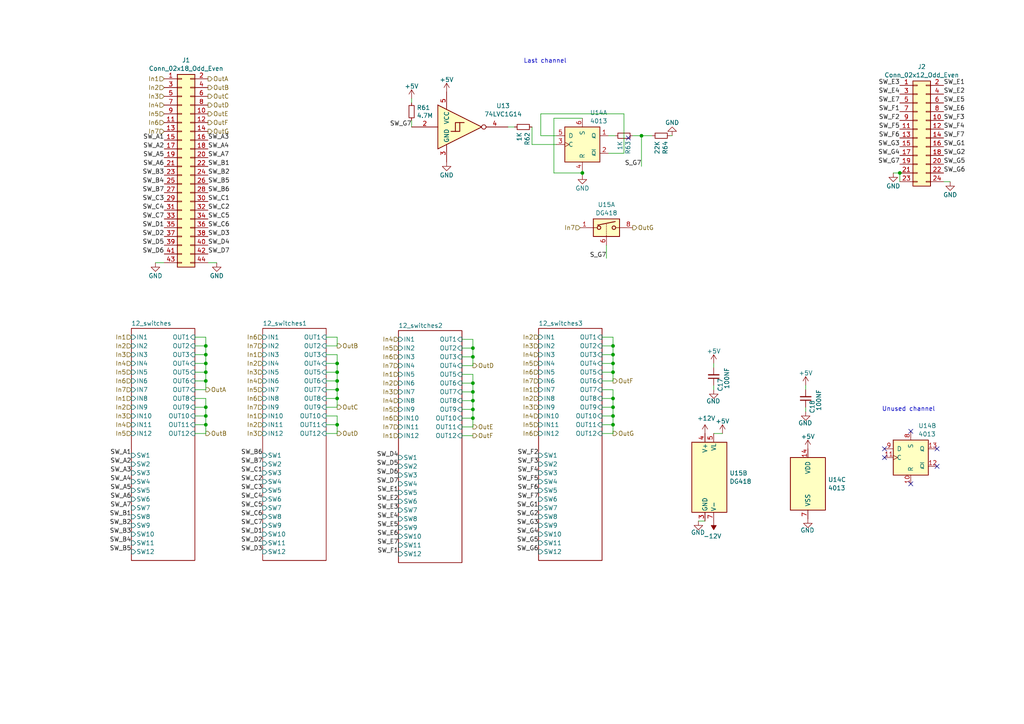
<source format=kicad_sch>
(kicad_sch (version 20231120) (generator "eeschema") (generator_version "8.0")
  (paper "A4")
  (lib_symbols
    (symbol "4xxx:4013" (pin_names (offset 1.016))
      (property "Reference" "U" (at -7.62 8.89 0))
      (property "Value" "4013" (at -7.62 -8.89 0))
      (symbol "4013_1_1"
        (rectangle (start -5.08 5.08) (end 5.08 -5.08) (stroke (width 0.254)) (fill (type background)))
        (pin output line (at 7.62 2.54 180) (length 2.54) (name "Q") (number "1"))
        (pin output line (at 7.62 -2.54 180) (length 2.54) (name "~{Q}") (number "2"))
        (pin input clock (at -7.62 0 0) (length 2.54) (name "C") (number "3"))
        (pin input line (at 0 -7.62 90) (length 2.54) (name "R") (number "4"))
        (pin input line (at -7.62 2.54 0) (length 2.54) (name "D") (number "5"))
        (pin input line (at 0 7.62 270) (length 2.54) (name "S") (number "6"))
      )
      (symbol "4013_2_1"
        (rectangle (start -5.08 5.08) (end 5.08 -5.08) (stroke (width 0.254)) (fill (type background)))
        (pin input line (at 0 -7.62 90) (length 2.54) (name "R") (number "10"))
        (pin input clock (at -7.62 0 0) (length 2.54) (name "C") (number "11"))
        (pin output line (at 7.62 -2.54 180) (length 2.54) (name "~{Q}") (number "12"))
        (pin output line (at 7.62 2.54 180) (length 2.54) (name "Q") (number "13"))
        (pin input line (at 0 7.62 270) (length 2.54) (name "S") (number "8"))
        (pin input line (at -7.62 2.54 0) (length 2.54) (name "D") (number "9"))
      )
      (symbol "4013_3_0"
        (pin power_in line (at 0 10.16 270) (length 2.54) (name "VDD") (number "14"))
        (pin power_in line (at 0 -10.16 90) (length 2.54) (name "VSS") (number "7"))
      )
      (symbol "4013_3_1"
        (rectangle (start -5.08 7.62) (end 5.08 -7.62) (stroke (width 0.254)) (fill (type background)))
      )
    )
    (symbol "74xGxx:74LVC1G14"
      (property "Reference" "U" (at 0 3.81 0))
      (property "Value" "74LVC1G14" (at 0 -3.81 0))
      (symbol "74LVC1G14_0_1"
        (polyline (pts (xy -7.62 6.35) (xy -7.62 -6.35) (xy 5.08 0) (xy -7.62 6.35)) (stroke (width 0.254)) (fill (type background)))
      )
      (symbol "74LVC1G14_1_1"
        (polyline (pts (xy -3.81 -1.27) (xy -1.27 -1.27) (xy -1.27 1.27)) (stroke (width 0.254)))
        (polyline (pts (xy -2.54 -1.27) (xy -2.54 1.27) (xy 0 1.27)) (stroke (width 0.254)))
        (pin no_connect line (at -7.62 5.08 180) (length 5.08) hide (name "NC") (number "1"))
        (pin input line (at -15.24 0 0) (length 7.62) (name "~") (number "2"))
        (pin power_in line (at -5.08 -10.16 90) (length 5.08) (name "GND") (number "3"))
        (pin output inverted (at 12.7 0 180) (length 7.62) (name "~") (number "4"))
        (pin power_in line (at -5.08 10.16 270) (length 5.08) (name "VCC") (number "5"))
      )
    )
    (symbol "Analog_Switch:ADG417BN" (pin_names (offset 0.254))
      (property "Reference" "U" (at -3.175 5.334 0))
      (property "Value" "ADG417BN" (at -3.175 3.556 0))
      (symbol "ADG417BN_1_1"
        (rectangle (start -3.81 2.54) (end 3.81 -2.54) (stroke (width 0.254)) (fill (type background)))
        (circle (center -2.159 0) (radius 0.508) (stroke (width 0.254)))
        (polyline (pts (xy -5.08 0) (xy -2.794 0)))
        (polyline (pts (xy -2.54 0.762) (xy 2.54 1.778)) (stroke (width 0.254)))
        (polyline (pts (xy 0 -2.54) (xy 0 -2.032)))
        (polyline (pts (xy 0 -1.778) (xy 0 -1.524)))
        (polyline (pts (xy 0 -1.27) (xy 0 -1.016)))
        (polyline (pts (xy 0 -0.762) (xy 0 -0.508)))
        (polyline (pts (xy 0 -0.254) (xy 0 0)))
        (polyline (pts (xy 0 0.254) (xy 0 0.508)))
        (polyline (pts (xy 0 0.762) (xy 0 1.016)))
        (polyline (pts (xy 5.08 0) (xy 2.794 0)))
        (circle (center 2.159 0) (radius 0.508) (stroke (width 0.254)))
        (pin passive line (at -7.62 0 0) (length 2.54) (name "~") (number "1"))
        (pin input line (at 0 -5.08 90) (length 2.54) (name "~") (number "6"))
        (pin passive line (at 7.62 0 180) (length 2.54) (name "~") (number "8"))
      )
      (symbol "ADG417BN_2_0"
        (pin no_connect line (at -2.54 10.16 270) (length 2.54) hide (name "NC") (number "2"))
        (pin power_in line (at 0 -12.7 90) (length 2.54) (name "GND") (number "3"))
        (pin power_in line (at 0 12.7 270) (length 2.54) (name "V+") (number "4"))
        (pin power_in line (at 2.54 12.7 270) (length 2.54) (name "VL") (number "5"))
        (pin power_in line (at 2.54 -12.7 90) (length 2.54) (name "V-") (number "7"))
      )
      (symbol "ADG417BN_2_1"
        (rectangle (start -3.81 10.16) (end 6.35 -10.16) (stroke (width 0.254)) (fill (type background)))
      )
    )
    (symbol "Connector_Generic:Conn_02x12_Odd_Even" (pin_names (offset 1.016) hide)
      (property "Reference" "J" (at 1.27 15.24 0))
      (property "Value" "Conn_02x12_Odd_Even" (at 1.27 -17.78 0))
      (symbol "Conn_02x12_Odd_Even_1_1"
        (rectangle (start -1.27 -15.113) (end 0 -15.367) (stroke (width 0.1524)))
        (rectangle (start -1.27 -12.573) (end 0 -12.827) (stroke (width 0.1524)))
        (rectangle (start -1.27 -10.033) (end 0 -10.287) (stroke (width 0.1524)))
        (rectangle (start -1.27 -7.493) (end 0 -7.747) (stroke (width 0.1524)))
        (rectangle (start -1.27 -4.953) (end 0 -5.207) (stroke (width 0.1524)))
        (rectangle (start -1.27 -2.413) (end 0 -2.667) (stroke (width 0.1524)))
        (rectangle (start -1.27 0.127) (end 0 -0.127) (stroke (width 0.1524)))
        (rectangle (start -1.27 2.667) (end 0 2.413) (stroke (width 0.1524)))
        (rectangle (start -1.27 5.207) (end 0 4.953) (stroke (width 0.1524)))
        (rectangle (start -1.27 7.747) (end 0 7.493) (stroke (width 0.1524)))
        (rectangle (start -1.27 10.287) (end 0 10.033) (stroke (width 0.1524)))
        (rectangle (start -1.27 12.827) (end 0 12.573) (stroke (width 0.1524)))
        (rectangle (start -1.27 13.97) (end 3.81 -16.51) (stroke (width 0.254)) (fill (type background)))
        (rectangle (start 3.81 -15.113) (end 2.54 -15.367) (stroke (width 0.1524)))
        (rectangle (start 3.81 -12.573) (end 2.54 -12.827) (stroke (width 0.1524)))
        (rectangle (start 3.81 -10.033) (end 2.54 -10.287) (stroke (width 0.1524)))
        (rectangle (start 3.81 -7.493) (end 2.54 -7.747) (stroke (width 0.1524)))
        (rectangle (start 3.81 -4.953) (end 2.54 -5.207) (stroke (width 0.1524)))
        (rectangle (start 3.81 -2.413) (end 2.54 -2.667) (stroke (width 0.1524)))
        (rectangle (start 3.81 0.127) (end 2.54 -0.127) (stroke (width 0.1524)))
        (rectangle (start 3.81 2.667) (end 2.54 2.413) (stroke (width 0.1524)))
        (rectangle (start 3.81 5.207) (end 2.54 4.953) (stroke (width 0.1524)))
        (rectangle (start 3.81 7.747) (end 2.54 7.493) (stroke (width 0.1524)))
        (rectangle (start 3.81 10.287) (end 2.54 10.033) (stroke (width 0.1524)))
        (rectangle (start 3.81 12.827) (end 2.54 12.573) (stroke (width 0.1524)))
        (pin passive line (at -5.08 12.7 0) (length 3.81) (name "Pin_1") (number "1"))
        (pin passive line (at 7.62 2.54 180) (length 3.81) (name "Pin_10") (number "10"))
        (pin passive line (at -5.08 0 0) (length 3.81) (name "Pin_11") (number "11"))
        (pin passive line (at 7.62 0 180) (length 3.81) (name "Pin_12") (number "12"))
        (pin passive line (at -5.08 -2.54 0) (length 3.81) (name "Pin_13") (number "13"))
        (pin passive line (at 7.62 -2.54 180) (length 3.81) (name "Pin_14") (number "14"))
        (pin passive line (at -5.08 -5.08 0) (length 3.81) (name "Pin_15") (number "15"))
        (pin passive line (at 7.62 -5.08 180) (length 3.81) (name "Pin_16") (number "16"))
        (pin passive line (at -5.08 -7.62 0) (length 3.81) (name "Pin_17") (number "17"))
        (pin passive line (at 7.62 -7.62 180) (length 3.81) (name "Pin_18") (number "18"))
        (pin passive line (at -5.08 -10.16 0) (length 3.81) (name "Pin_19") (number "19"))
        (pin passive line (at 7.62 12.7 180) (length 3.81) (name "Pin_2") (number "2"))
        (pin passive line (at 7.62 -10.16 180) (length 3.81) (name "Pin_20") (number "20"))
        (pin passive line (at -5.08 -12.7 0) (length 3.81) (name "Pin_21") (number "21"))
        (pin passive line (at 7.62 -12.7 180) (length 3.81) (name "Pin_22") (number "22"))
        (pin passive line (at -5.08 -15.24 0) (length 3.81) (name "Pin_23") (number "23"))
        (pin passive line (at 7.62 -15.24 180) (length 3.81) (name "Pin_24") (number "24"))
        (pin passive line (at -5.08 10.16 0) (length 3.81) (name "Pin_3") (number "3"))
        (pin passive line (at 7.62 10.16 180) (length 3.81) (name "Pin_4") (number "4"))
        (pin passive line (at -5.08 7.62 0) (length 3.81) (name "Pin_5") (number "5"))
        (pin passive line (at 7.62 7.62 180) (length 3.81) (name "Pin_6") (number "6"))
        (pin passive line (at -5.08 5.08 0) (length 3.81) (name "Pin_7") (number "7"))
        (pin passive line (at 7.62 5.08 180) (length 3.81) (name "Pin_8") (number "8"))
        (pin passive line (at -5.08 2.54 0) (length 3.81) (name "Pin_9") (number "9"))
      )
    )
    (symbol "Connector_Generic:Conn_02x22_Odd_Even" (pin_names (offset 1.016) hide)
      (property "Reference" "J" (at 1.27 27.94 0))
      (property "Value" "Conn_02x22_Odd_Even" (at 1.27 -30.48 0))
      (symbol "Conn_02x22_Odd_Even_1_1"
        (rectangle (start -1.27 -27.813) (end 0 -28.067) (stroke (width 0.1524)))
        (rectangle (start -1.27 -25.273) (end 0 -25.527) (stroke (width 0.1524)))
        (rectangle (start -1.27 -22.733) (end 0 -22.987) (stroke (width 0.1524)))
        (rectangle (start -1.27 -20.193) (end 0 -20.447) (stroke (width 0.1524)))
        (rectangle (start -1.27 -17.653) (end 0 -17.907) (stroke (width 0.1524)))
        (rectangle (start -1.27 -15.113) (end 0 -15.367) (stroke (width 0.1524)))
        (rectangle (start -1.27 -12.573) (end 0 -12.827) (stroke (width 0.1524)))
        (rectangle (start -1.27 -10.033) (end 0 -10.287) (stroke (width 0.1524)))
        (rectangle (start -1.27 -7.493) (end 0 -7.747) (stroke (width 0.1524)))
        (rectangle (start -1.27 -4.953) (end 0 -5.207) (stroke (width 0.1524)))
        (rectangle (start -1.27 -2.413) (end 0 -2.667) (stroke (width 0.1524)))
        (rectangle (start -1.27 0.127) (end 0 -0.127) (stroke (width 0.1524)))
        (rectangle (start -1.27 2.667) (end 0 2.413) (stroke (width 0.1524)))
        (rectangle (start -1.27 5.207) (end 0 4.953) (stroke (width 0.1524)))
        (rectangle (start -1.27 7.747) (end 0 7.493) (stroke (width 0.1524)))
        (rectangle (start -1.27 10.287) (end 0 10.033) (stroke (width 0.1524)))
        (rectangle (start -1.27 12.827) (end 0 12.573) (stroke (width 0.1524)))
        (rectangle (start -1.27 15.367) (end 0 15.113) (stroke (width 0.1524)))
        (rectangle (start -1.27 17.907) (end 0 17.653) (stroke (width 0.1524)))
        (rectangle (start -1.27 20.447) (end 0 20.193) (stroke (width 0.1524)))
        (rectangle (start -1.27 22.987) (end 0 22.733) (stroke (width 0.1524)))
        (rectangle (start -1.27 25.527) (end 0 25.273) (stroke (width 0.1524)))
        (rectangle (start -1.27 26.67) (end 3.81 -29.21) (stroke (width 0.254)) (fill (type background)))
        (rectangle (start 3.81 -27.813) (end 2.54 -28.067) (stroke (width 0.1524)))
        (rectangle (start 3.81 -25.273) (end 2.54 -25.527) (stroke (width 0.1524)))
        (rectangle (start 3.81 -22.733) (end 2.54 -22.987) (stroke (width 0.1524)))
        (rectangle (start 3.81 -20.193) (end 2.54 -20.447) (stroke (width 0.1524)))
        (rectangle (start 3.81 -17.653) (end 2.54 -17.907) (stroke (width 0.1524)))
        (rectangle (start 3.81 -15.113) (end 2.54 -15.367) (stroke (width 0.1524)))
        (rectangle (start 3.81 -12.573) (end 2.54 -12.827) (stroke (width 0.1524)))
        (rectangle (start 3.81 -10.033) (end 2.54 -10.287) (stroke (width 0.1524)))
        (rectangle (start 3.81 -7.493) (end 2.54 -7.747) (stroke (width 0.1524)))
        (rectangle (start 3.81 -4.953) (end 2.54 -5.207) (stroke (width 0.1524)))
        (rectangle (start 3.81 -2.413) (end 2.54 -2.667) (stroke (width 0.1524)))
        (rectangle (start 3.81 0.127) (end 2.54 -0.127) (stroke (width 0.1524)))
        (rectangle (start 3.81 2.667) (end 2.54 2.413) (stroke (width 0.1524)))
        (rectangle (start 3.81 5.207) (end 2.54 4.953) (stroke (width 0.1524)))
        (rectangle (start 3.81 7.747) (end 2.54 7.493) (stroke (width 0.1524)))
        (rectangle (start 3.81 10.287) (end 2.54 10.033) (stroke (width 0.1524)))
        (rectangle (start 3.81 12.827) (end 2.54 12.573) (stroke (width 0.1524)))
        (rectangle (start 3.81 15.367) (end 2.54 15.113) (stroke (width 0.1524)))
        (rectangle (start 3.81 17.907) (end 2.54 17.653) (stroke (width 0.1524)))
        (rectangle (start 3.81 20.447) (end 2.54 20.193) (stroke (width 0.1524)))
        (rectangle (start 3.81 22.987) (end 2.54 22.733) (stroke (width 0.1524)))
        (rectangle (start 3.81 25.527) (end 2.54 25.273) (stroke (width 0.1524)))
        (pin passive line (at -5.08 25.4 0) (length 3.81) (name "Pin_1") (number "1"))
        (pin passive line (at 7.62 15.24 180) (length 3.81) (name "Pin_10") (number "10"))
        (pin passive line (at -5.08 12.7 0) (length 3.81) (name "Pin_11") (number "11"))
        (pin passive line (at 7.62 12.7 180) (length 3.81) (name "Pin_12") (number "12"))
        (pin passive line (at -5.08 10.16 0) (length 3.81) (name "Pin_13") (number "13"))
        (pin passive line (at 7.62 10.16 180) (length 3.81) (name "Pin_14") (number "14"))
        (pin passive line (at -5.08 7.62 0) (length 3.81) (name "Pin_15") (number "15"))
        (pin passive line (at 7.62 7.62 180) (length 3.81) (name "Pin_16") (number "16"))
        (pin passive line (at -5.08 5.08 0) (length 3.81) (name "Pin_17") (number "17"))
        (pin passive line (at 7.62 5.08 180) (length 3.81) (name "Pin_18") (number "18"))
        (pin passive line (at -5.08 2.54 0) (length 3.81) (name "Pin_19") (number "19"))
        (pin passive line (at 7.62 25.4 180) (length 3.81) (name "Pin_2") (number "2"))
        (pin passive line (at 7.62 2.54 180) (length 3.81) (name "Pin_20") (number "20"))
        (pin passive line (at -5.08 0 0) (length 3.81) (name "Pin_21") (number "21"))
        (pin passive line (at 7.62 0 180) (length 3.81) (name "Pin_22") (number "22"))
        (pin passive line (at -5.08 -2.54 0) (length 3.81) (name "Pin_23") (number "23"))
        (pin passive line (at 7.62 -2.54 180) (length 3.81) (name "Pin_24") (number "24"))
        (pin passive line (at -5.08 -5.08 0) (length 3.81) (name "Pin_25") (number "25"))
        (pin passive line (at 7.62 -5.08 180) (length 3.81) (name "Pin_26") (number "26"))
        (pin passive line (at -5.08 -7.62 0) (length 3.81) (name "Pin_27") (number "27"))
        (pin passive line (at 7.62 -7.62 180) (length 3.81) (name "Pin_28") (number "28"))
        (pin passive line (at -5.08 -10.16 0) (length 3.81) (name "Pin_29") (number "29"))
        (pin passive line (at -5.08 22.86 0) (length 3.81) (name "Pin_3") (number "3"))
        (pin passive line (at 7.62 -10.16 180) (length 3.81) (name "Pin_30") (number "30"))
        (pin passive line (at -5.08 -12.7 0) (length 3.81) (name "Pin_31") (number "31"))
        (pin passive line (at 7.62 -12.7 180) (length 3.81) (name "Pin_32") (number "32"))
        (pin passive line (at -5.08 -15.24 0) (length 3.81) (name "Pin_33") (number "33"))
        (pin passive line (at 7.62 -15.24 180) (length 3.81) (name "Pin_34") (number "34"))
        (pin passive line (at -5.08 -17.78 0) (length 3.81) (name "Pin_35") (number "35"))
        (pin passive line (at 7.62 -17.78 180) (length 3.81) (name "Pin_36") (number "36"))
        (pin passive line (at -5.08 -20.32 0) (length 3.81) (name "Pin_37") (number "37"))
        (pin passive line (at 7.62 -20.32 180) (length 3.81) (name "Pin_38") (number "38"))
        (pin passive line (at -5.08 -22.86 0) (length 3.81) (name "Pin_39") (number "39"))
        (pin passive line (at 7.62 22.86 180) (length 3.81) (name "Pin_4") (number "4"))
        (pin passive line (at 7.62 -22.86 180) (length 3.81) (name "Pin_40") (number "40"))
        (pin passive line (at -5.08 -25.4 0) (length 3.81) (name "Pin_41") (number "41"))
        (pin passive line (at 7.62 -25.4 180) (length 3.81) (name "Pin_42") (number "42"))
        (pin passive line (at -5.08 -27.94 0) (length 3.81) (name "Pin_43") (number "43"))
        (pin passive line (at 7.62 -27.94 180) (length 3.81) (name "Pin_44") (number "44"))
        (pin passive line (at -5.08 20.32 0) (length 3.81) (name "Pin_5") (number "5"))
        (pin passive line (at 7.62 20.32 180) (length 3.81) (name "Pin_6") (number "6"))
        (pin passive line (at -5.08 17.78 0) (length 3.81) (name "Pin_7") (number "7"))
        (pin passive line (at 7.62 17.78 180) (length 3.81) (name "Pin_8") (number "8"))
        (pin passive line (at -5.08 15.24 0) (length 3.81) (name "Pin_9") (number "9"))
      )
    )
    (symbol "Device:C_Small" (pin_numbers hide) (pin_names (offset 0.254) hide)
      (property "Reference" "C" (at 0.254 1.778 0))
      (property "Value" "C_Small" (at 0.254 -2.032 0))
      (symbol "C_Small_0_1"
        (polyline (pts (xy -1.524 -0.508) (xy 1.524 -0.508)) (stroke (width 0.3302)))
        (polyline (pts (xy -1.524 0.508) (xy 1.524 0.508)) (stroke (width 0.3048)))
      )
      (symbol "C_Small_1_1"
        (pin passive line (at 0 2.54 270) (length 2.032) (name "~") (number "1"))
        (pin passive line (at 0 -2.54 90) (length 2.032) (name "~") (number "2"))
      )
    )
    (symbol "Device:R_Small" (pin_numbers hide) (pin_names (offset 0.254) hide)
      (property "Reference" "R" (at 0.762 0.508 0))
      (property "Value" "R_Small" (at 0.762 -1.016 0))
      (symbol "R_Small_0_1"
        (rectangle (start -0.762 1.778) (end 0.762 -1.778) (stroke (width 0.2032)))
      )
      (symbol "R_Small_1_1"
        (pin passive line (at 0 2.54 270) (length 0.762) (name "~") (number "1"))
        (pin passive line (at 0 -2.54 90) (length 0.762) (name "~") (number "2"))
      )
    )
    (symbol "power:+12V" (power) (pin_names (offset 0))
      (property "Value" "+12V" (at 0 3.556 0))
      (symbol "+12V_0_1"
        (polyline (pts (xy -0.762 1.27) (xy 0 2.54)))
        (polyline (pts (xy 0 0) (xy 0 2.54)))
        (polyline (pts (xy 0 2.54) (xy 0.762 1.27)))
      )
      (symbol "+12V_1_1"
        (pin power_in line (at 0 0 90) (length 0) hide (name "+12V") (number "1"))
      )
    )
    (symbol "power:+5V" (power) (pin_names (offset 0))
      (property "Value" "+5V" (at 0 3.556 0))
      (symbol "+5V_0_1"
        (polyline (pts (xy -0.762 1.27) (xy 0 2.54)))
        (polyline (pts (xy 0 0) (xy 0 2.54)))
        (polyline (pts (xy 0 2.54) (xy 0.762 1.27)))
      )
      (symbol "+5V_1_1"
        (pin power_in line (at 0 0 90) (length 0) hide (name "+5V") (number "1"))
      )
    )
    (symbol "power:-12V" (power) (pin_names (offset 0))
      (property "Value" "-12V" (at 0 3.81 0))
      (symbol "-12V_0_0"
        (pin power_in line (at 0 0 90) (length 0) hide (name "-12V") (number "1"))
      )
      (symbol "-12V_0_1"
        (polyline (pts (xy 0 0) (xy 0 1.27) (xy 0.762 1.27) (xy 0 2.54) (xy -0.762 1.27) (xy 0 1.27)) (fill (type outline)))
      )
    )
    (symbol "power:GND" (power) (pin_names (offset 0))
      (property "Value" "GND" (at 0 -3.81 0))
      (symbol "GND_0_1"
        (polyline (pts (xy 0 0) (xy 0 -1.27) (xy 1.27 -1.27) (xy 0 -2.54) (xy -1.27 -1.27) (xy 0 -1.27)))
      )
      (symbol "GND_1_1"
        (pin power_in line (at 0 0 270) (length 0) hide (name "GND") (number "1"))
      )
    )
    (symbol "touch-rescue:GND-power-allcolours_analogue-rescue" (power) (pin_names (offset 0))
      (property "Value" "GND-power-allcolours_analogue-rescue" (at 0 -3.81 0))
      (symbol "GND-power-allcolours_analogue-rescue_0_1"
        (polyline (pts (xy 0 0) (xy 0 -1.27) (xy 1.27 -1.27) (xy 0 -2.54) (xy -1.27 -1.27) (xy 0 -1.27)))
      )
      (symbol "GND-power-allcolours_analogue-rescue_1_1"
        (pin power_in line (at 0 0 270) (length 0) hide (name "GND") (number "1"))
      )
    )
  )
  (junction (at 137.16 121.285))
  (junction (at 137.16 100.965))
  (junction (at 137.16 111.125))
  (junction (at 177.8 105.41))
  (junction (at 177.8 120.65))
  (junction (at 59.69 107.95))
  (junction (at 168.91 50.165))
  (junction (at 97.79 123.19))
  (junction (at 59.69 118.11))
  (junction (at 137.16 116.205))
  (junction (at 59.69 110.49))
  (junction (at 137.16 103.505))
  (junction (at 97.79 115.57))
  (junction (at 137.16 118.745))
  (junction (at 97.79 107.95))
  (junction (at 97.79 105.41))
  (junction (at 59.69 105.41))
  (junction (at 59.69 120.65))
  (junction (at 59.69 102.87))
  (junction (at 137.16 113.665))
  (junction (at 177.8 115.57))
  (junction (at 97.79 110.49))
  (junction (at 177.8 118.11))
  (junction (at 260.985 50.165))
  (junction (at 59.69 100.33))
  (junction (at 177.8 100.33))
  (junction (at 177.8 107.95))
  (junction (at 59.69 123.19))
  (junction (at 177.8 123.19))
  (junction (at 186.055 39.37))
  (junction (at 97.79 113.03))
  (junction (at 177.8 102.87))
  (no_connect (at 256.54 132.715))
  (no_connect (at 256.54 130.175))
  (no_connect (at 264.16 125.095))
  (no_connect (at 182.245 40.005))
  (no_connect (at 271.78 135.255))
  (no_connect (at 271.78 130.175))
  (no_connect (at 264.16 140.335))
  (wire (pts (xy 137.16 121.285) (xy 137.16 123.825)))
  (wire (pts (xy 177.8 105.41) (xy 177.8 107.95)))
  (wire (pts (xy 177.8 123.19) (xy 177.8 125.73)))
  (wire (pts (xy 154.305 41.91) (xy 161.29 41.91)))
  (wire (pts (xy 275.59 52.705) (xy 273.685 52.705)))
  (wire (pts (xy 137.16 113.665) (xy 137.16 116.205)))
  (wire (pts (xy 59.69 118.11) (xy 59.69 120.65)))
  (wire (pts (xy 56.515 123.19) (xy 59.69 123.19)))
  (wire (pts (xy 94.615 97.79) (xy 97.79 97.79)))
  (wire (pts (xy 174.625 120.65) (xy 177.8 120.65)))
  (wire (pts (xy 233.68 118.11) (xy 233.68 119.38)))
  (wire (pts (xy 177.8 100.33) (xy 177.8 102.87)))
  (wire (pts (xy 59.69 115.57) (xy 59.69 118.11)))
  (wire (pts (xy 176.53 44.45) (xy 180.975 44.45)))
  (wire (pts (xy 133.985 121.285) (xy 137.16 121.285)))
  (wire (pts (xy 56.515 105.41) (xy 59.69 105.41)))
  (wire (pts (xy 174.625 107.95) (xy 177.8 107.95)))
  (wire (pts (xy 59.69 100.33) (xy 59.69 102.87)))
  (wire (pts (xy 94.615 110.49) (xy 97.79 110.49)))
  (wire (pts (xy 94.615 105.41) (xy 97.79 105.41)))
  (wire (pts (xy 97.79 102.87) (xy 97.79 105.41)))
  (wire (pts (xy 97.79 120.65) (xy 97.79 123.19)))
  (wire (pts (xy 97.79 107.95) (xy 97.79 110.49)))
  (wire (pts (xy 133.985 111.125) (xy 137.16 111.125)))
  (wire (pts (xy 59.69 125.73) (xy 56.515 125.73)))
  (wire (pts (xy 59.69 107.95) (xy 59.69 110.49)))
  (wire (pts (xy 137.16 123.825) (xy 133.985 123.825)))
  (wire (pts (xy 177.8 118.11) (xy 177.8 120.65)))
  (wire (pts (xy 119.38 34.925) (xy 119.38 36.83)))
  (wire (pts (xy 94.615 120.65) (xy 97.79 120.65)))
  (wire (pts (xy 56.515 118.11) (xy 59.69 118.11)))
  (wire (pts (xy 207.01 111.76) (xy 207.01 113.03)))
  (wire (pts (xy 174.625 110.49) (xy 177.8 110.49)))
  (wire (pts (xy 177.8 102.87) (xy 177.8 105.41)))
  (wire (pts (xy 137.16 98.425) (xy 137.16 100.965)))
  (wire (pts (xy 94.615 107.95) (xy 97.79 107.95)))
  (wire (pts (xy 259.08 50.165) (xy 260.985 50.165)))
  (wire (pts (xy 133.985 98.425) (xy 137.16 98.425)))
  (wire (pts (xy 137.16 100.965) (xy 137.16 103.505)))
  (wire (pts (xy 94.615 125.73) (xy 97.79 125.73)))
  (wire (pts (xy 149.225 36.83) (xy 147.32 36.83)))
  (wire (pts (xy 56.515 100.33) (xy 59.69 100.33)))
  (wire (pts (xy 94.615 115.57) (xy 97.79 115.57)))
  (wire (pts (xy 156.845 39.37) (xy 161.29 39.37)))
  (wire (pts (xy 174.625 125.73) (xy 177.8 125.73)))
  (wire (pts (xy 59.69 110.49) (xy 59.69 113.03)))
  (wire (pts (xy 59.69 123.19) (xy 59.69 125.73)))
  (wire (pts (xy 233.68 111.76) (xy 233.68 113.03)))
  (wire (pts (xy 156.845 33.02) (xy 156.845 39.37)))
  (wire (pts (xy 97.79 97.79) (xy 97.79 100.33)))
  (wire (pts (xy 133.985 126.365) (xy 137.16 126.365)))
  (wire (pts (xy 56.515 120.65) (xy 59.69 120.65)))
  (wire (pts (xy 207.01 105.41) (xy 207.01 106.68)))
  (wire (pts (xy 137.16 111.125) (xy 137.16 113.665)))
  (wire (pts (xy 56.515 113.03) (xy 59.69 113.03)))
  (wire (pts (xy 177.8 120.65) (xy 177.8 123.19)))
  (wire (pts (xy 45.085 76.2) (xy 47.625 76.2)))
  (wire (pts (xy 174.625 100.33) (xy 177.8 100.33)))
  (wire (pts (xy 59.69 97.79) (xy 59.69 100.33)))
  (wire (pts (xy 94.615 113.03) (xy 97.79 113.03)))
  (wire (pts (xy 174.625 115.57) (xy 177.8 115.57)))
  (wire (pts (xy 168.91 50.165) (xy 168.91 50.8)))
  (wire (pts (xy 119.38 28.575) (xy 119.38 29.845)))
  (wire (pts (xy 160.655 34.29) (xy 168.91 34.29)))
  (wire (pts (xy 62.865 76.2) (xy 60.325 76.2)))
  (wire (pts (xy 154.305 36.83) (xy 154.305 41.91)))
  (wire (pts (xy 174.625 123.19) (xy 177.8 123.19)))
  (wire (pts (xy 97.79 110.49) (xy 97.79 113.03)))
  (wire (pts (xy 97.79 100.33) (xy 94.615 100.33)))
  (wire (pts (xy 176.53 39.37) (xy 178.435 39.37)))
  (wire (pts (xy 137.16 118.745) (xy 137.16 121.285)))
  (wire (pts (xy 174.625 113.03) (xy 177.8 113.03)))
  (wire (pts (xy 59.69 105.41) (xy 59.69 107.95)))
  (wire (pts (xy 175.895 74.93) (xy 175.895 71.12)))
  (wire (pts (xy 97.79 113.03) (xy 97.79 115.57)))
  (wire (pts (xy 94.615 123.19) (xy 97.79 123.19)))
  (wire (pts (xy 160.655 50.165) (xy 168.91 50.165)))
  (wire (pts (xy 177.8 115.57) (xy 177.8 118.11)))
  (wire (pts (xy 202.565 151.13) (xy 204.47 151.13)))
  (wire (pts (xy 137.16 103.505) (xy 137.16 106.045)))
  (wire (pts (xy 97.79 115.57) (xy 97.79 118.11)))
  (wire (pts (xy 133.985 118.745) (xy 137.16 118.745)))
  (wire (pts (xy 56.515 107.95) (xy 59.69 107.95)))
  (wire (pts (xy 133.985 108.585) (xy 137.16 108.585)))
  (wire (pts (xy 56.515 102.87) (xy 59.69 102.87)))
  (wire (pts (xy 56.515 110.49) (xy 59.69 110.49)))
  (wire (pts (xy 137.16 116.205) (xy 137.16 118.745)))
  (wire (pts (xy 133.985 113.665) (xy 137.16 113.665)))
  (wire (pts (xy 56.515 115.57) (xy 59.69 115.57)))
  (wire (pts (xy 133.985 103.505) (xy 137.16 103.505)))
  (wire (pts (xy 59.69 120.65) (xy 59.69 123.19)))
  (wire (pts (xy 133.985 106.045) (xy 137.16 106.045)))
  (wire (pts (xy 59.69 102.87) (xy 59.69 105.41)))
  (wire (pts (xy 194.31 39.37) (xy 194.945 39.37)))
  (wire (pts (xy 177.8 97.79) (xy 177.8 100.33)))
  (wire (pts (xy 168.91 49.53) (xy 168.91 50.165)))
  (wire (pts (xy 183.515 39.37) (xy 186.055 39.37)))
  (wire (pts (xy 174.625 102.87) (xy 177.8 102.87)))
  (wire (pts (xy 177.8 113.03) (xy 177.8 115.57)))
  (wire (pts (xy 177.8 107.95) (xy 177.8 110.49)))
  (wire (pts (xy 137.16 108.585) (xy 137.16 111.125)))
  (wire (pts (xy 133.985 116.205) (xy 137.16 116.205)))
  (wire (pts (xy 94.615 102.87) (xy 97.79 102.87)))
  (wire (pts (xy 186.055 39.37) (xy 189.23 39.37)))
  (wire (pts (xy 160.655 34.29) (xy 160.655 50.165)))
  (wire (pts (xy 186.055 39.37) (xy 186.055 48.26)))
  (wire (pts (xy 209.55 125.73) (xy 207.01 125.73)))
  (wire (pts (xy 97.79 105.41) (xy 97.79 107.95)))
  (wire (pts (xy 156.845 33.02) (xy 180.975 33.02)))
  (wire (pts (xy 56.515 97.79) (xy 59.69 97.79)))
  (wire (pts (xy 174.625 105.41) (xy 177.8 105.41)))
  (wire (pts (xy 260.985 50.165) (xy 260.985 52.705)))
  (wire (pts (xy 97.79 125.73) (xy 97.79 123.19)))
  (wire (pts (xy 133.985 100.965) (xy 137.16 100.965)))
  (wire (pts (xy 97.79 118.11) (xy 94.615 118.11)))
  (wire (pts (xy 180.975 44.45) (xy 180.975 33.02)))
  (wire (pts (xy 174.625 97.79) (xy 177.8 97.79)))
  (wire (pts (xy 174.625 118.11) (xy 177.8 118.11)))
  (text "Unused channel\n" (at 263.525 118.745 0) (effects (font (size 1.27 1.27))))
  (text "Last channel" (at 158.115 17.78 0) (effects (font (size 1.27 1.27))))
  (label "SW_A6" (at 47.625 48.26 180))
  (label "SW_G1" (at 273.685 42.545 0))
  (label "SW_A2" (at 38.1 134.62 180))
  (label "SW_B4" (at 47.625 53.34 180))
  (label "SW_C2" (at 76.2 139.7 180))
  (label "SW_G4" (at 260.985 45.085 180))
  (label "SW_A5" (at 38.1 142.24 180))
  (label "SW_A3" (at 60.325 40.64 0))
  (label "SW_C2" (at 60.325 60.96 0))
  (label "SW_B3" (at 38.1 154.94 180))
  (label "SW_A5" (at 47.625 45.72 180))
  (label "SW_D4" (at 115.57 132.715 180))
  (label "SW_G5" (at 156.21 157.48 180))
  (label "SW_F5" (at 260.985 37.465 180))
  (label "SW_E7" (at 260.985 29.845 180))
  (label "SW_C1" (at 76.2 137.16 180))
  (label "SW_G3" (at 156.21 152.4 180))
  (label "SW_B3" (at 47.625 50.8 180))
  (label "SW_E3" (at 115.57 147.955 180))
  (label "SW_D5" (at 115.57 135.255 180))
  (label "SW_C3" (at 76.2 142.24 180))
  (label "SW_C4" (at 76.2 144.78 180))
  (label "SW_B7" (at 47.625 55.88 180))
  (label "SW_F6" (at 156.21 142.24 180))
  (label "SW_A2" (at 47.625 43.18 180))
  (label "SW_G1" (at 156.21 147.32 180))
  (label "SW_D7" (at 115.57 140.335 180))
  (label "SW_G3" (at 260.985 42.545 180))
  (label "SW_E4" (at 260.985 27.305 180))
  (label "SW_F5" (at 156.21 139.7 180))
  (label "SW_D6" (at 115.57 137.795 180))
  (label "SW_B2" (at 60.325 50.8 0))
  (label "SW_E2" (at 115.57 145.415 180))
  (label "SW_E4" (at 115.57 150.495 180))
  (label "SW_B6" (at 60.325 55.88 0))
  (label "SW_F1" (at 260.985 32.385 180))
  (label "SW_C6" (at 60.325 66.04 0))
  (label "SW_F2" (at 156.21 132.08 180))
  (label "SW_A4" (at 60.325 43.18 0))
  (label "SW_D3" (at 76.2 160.02 180))
  (label "SW_E7" (at 115.57 158.115 180))
  (label "SW_A4" (at 38.1 139.7 180))
  (label "SW_B7" (at 76.2 134.62 180))
  (label "SW_C7" (at 76.2 152.4 180))
  (label "SW_D7" (at 60.325 73.66 0))
  (label "SW_B1" (at 60.325 48.26 0))
  (label "SW_D2" (at 76.2 157.48 180))
  (label "SW_G6" (at 273.685 50.165 0))
  (label "SW_B4" (at 38.1 157.48 180))
  (label "SW_F6" (at 260.985 40.005 180))
  (label "SW_G2" (at 156.21 149.86 180))
  (label "SW_B6" (at 76.2 132.08 180))
  (label "SW_G4" (at 156.21 154.94 180))
  (label "SW_B2" (at 38.1 152.4 180))
  (label "S_G7" (at 175.895 74.93 180))
  (label "SW_C5" (at 76.2 147.32 180))
  (label "SW_G2" (at 273.685 45.085 0))
  (label "SW_C7" (at 47.625 63.5 180))
  (label "SW_G7" (at 119.38 36.83 180))
  (label "SW_A1" (at 38.1 132.08 180))
  (label "SW_A6" (at 38.1 144.78 180))
  (label "SW_A7" (at 38.1 147.32 180))
  (label "SW_F1" (at 115.57 160.655 180))
  (label "SW_B5" (at 38.1 160.02 180))
  (label "S_G7" (at 186.055 48.26 180))
  (label "SW_F3" (at 273.685 34.925 0))
  (label "SW_A1" (at 47.625 40.64 180))
  (label "SW_F4" (at 156.21 137.16 180))
  (label "SW_C1" (at 60.325 58.42 0))
  (label "SW_E3" (at 260.985 24.765 180))
  (label "SW_E2" (at 273.685 27.305 0))
  (label "SW_F2" (at 260.985 34.925 180))
  (label "SW_F7" (at 156.21 144.78 180))
  (label "SW_E1" (at 273.685 24.765 0))
  (label "SW_A7" (at 60.325 45.72 0))
  (label "SW_G7" (at 260.985 47.625 180))
  (label "SW_D2" (at 47.625 68.58 180))
  (label "SW_G6" (at 156.21 160.02 180))
  (label "SW_B1" (at 38.1 149.86 180))
  (label "SW_E5" (at 115.57 153.035 180))
  (label "SW_C3" (at 47.625 58.42 180))
  (label "SW_E6" (at 273.685 32.385 0))
  (label "SW_G5" (at 273.685 47.625 0))
  (label "SW_A3" (at 38.1 137.16 180))
  (label "SW_C6" (at 76.2 149.86 180))
  (label "SW_E1" (at 115.57 142.875 180))
  (label "SW_D4" (at 60.325 71.12 0))
  (label "SW_C4" (at 47.625 60.96 180))
  (label "SW_E5" (at 273.685 29.845 0))
  (label "SW_D1" (at 76.2 154.94 180))
  (label "SW_F7" (at 273.685 40.005 0))
  (label "SW_F4" (at 273.685 37.465 0))
  (label "SW_D6" (at 47.625 73.66 180))
  (label "SW_F3" (at 156.21 134.62 180))
  (label "SW_B5" (at 60.325 53.34 0))
  (label "SW_C5" (at 60.325 63.5 0))
  (label "SW_D1" (at 47.625 66.04 180))
  (label "SW_E6" (at 115.57 155.575 180))
  (label "SW_D5" (at 47.625 71.12 180))
  (label "SW_D3" (at 60.325 68.58 0))
  (hierarchical_label "In1" (shape input) (at 115.57 126.365 180))
  (hierarchical_label "In5" (shape input) (at 38.1 125.73 180))
  (hierarchical_label "OutD" (shape output) (at 60.325 30.48 0))
  (hierarchical_label "In1" (shape input) (at 76.2 120.65 180))
  (hierarchical_label "OutB" (shape output) (at 59.69 125.73 0))
  (hierarchical_label "In4" (shape input) (at 115.57 98.425 180))
  (hierarchical_label "In4" (shape input) (at 38.1 123.19 180))
  (hierarchical_label "In4" (shape input) (at 156.21 102.87 180))
  (hierarchical_label "In3" (shape input) (at 156.21 100.33 180))
  (hierarchical_label "In6" (shape input) (at 76.2 97.79 180))
  (hierarchical_label "OutA" (shape output) (at 60.325 22.86 0))
  (hierarchical_label "OutE" (shape output) (at 60.325 33.02 0))
  (hierarchical_label "In4" (shape input) (at 76.2 110.49 180))
  (hierarchical_label "In3" (shape input) (at 47.625 27.94 180))
  (hierarchical_label "OutF" (shape output) (at 60.325 35.56 0))
  (hierarchical_label "In2" (shape input) (at 76.2 105.41 180))
  (hierarchical_label "In2" (shape input) (at 38.1 118.11 180))
  (hierarchical_label "In2" (shape input) (at 76.2 123.19 180))
  (hierarchical_label "In1" (shape input) (at 38.1 115.57 180))
  (hierarchical_label "OutD" (shape output) (at 137.16 106.045 0))
  (hierarchical_label "In4" (shape input) (at 38.1 105.41 180))
  (hierarchical_label "In3" (shape input) (at 156.21 118.11 180))
  (hierarchical_label "OutD" (shape output) (at 97.79 125.73 0))
  (hierarchical_label "In3" (shape input) (at 115.57 113.665 180))
  (hierarchical_label "In7" (shape input) (at 156.21 110.49 180))
  (hierarchical_label "OutG" (shape output) (at 183.515 66.04 0))
  (hierarchical_label "In5" (shape input) (at 115.57 118.745 180))
  (hierarchical_label "In3" (shape input) (at 76.2 125.73 180))
  (hierarchical_label "In7" (shape input) (at 168.275 66.04 180))
  (hierarchical_label "In6" (shape input) (at 76.2 115.57 180))
  (hierarchical_label "In4" (shape input) (at 156.21 120.65 180))
  (hierarchical_label "In4" (shape input) (at 47.625 30.48 180))
  (hierarchical_label "In6" (shape input) (at 115.57 121.285 180))
  (hierarchical_label "In5" (shape input) (at 38.1 107.95 180))
  (hierarchical_label "In6" (shape input) (at 47.625 35.56 180))
  (hierarchical_label "In2" (shape input) (at 115.57 111.125 180))
  (hierarchical_label "OutB" (shape output) (at 97.79 100.33 0))
  (hierarchical_label "In1" (shape input) (at 76.2 102.87 180))
  (hierarchical_label "In3" (shape input) (at 38.1 120.65 180))
  (hierarchical_label "In1" (shape input) (at 38.1 97.79 180))
  (hierarchical_label "In1" (shape input) (at 115.57 108.585 180))
  (hierarchical_label "In5" (shape input) (at 76.2 113.03 180))
  (hierarchical_label "OutC" (shape output) (at 97.79 118.11 0))
  (hierarchical_label "OutC" (shape output) (at 60.325 27.94 0))
  (hierarchical_label "In6" (shape input) (at 156.21 125.73 180))
  (hierarchical_label "In5" (shape input) (at 156.21 123.19 180))
  (hierarchical_label "In5" (shape input) (at 115.57 100.965 180))
  (hierarchical_label "In2" (shape input) (at 156.21 97.79 180))
  (hierarchical_label "OutE" (shape output) (at 137.16 123.825 0))
  (hierarchical_label "In2" (shape input) (at 38.1 100.33 180))
  (hierarchical_label "In6" (shape input) (at 38.1 110.49 180))
  (hierarchical_label "In6" (shape input) (at 156.21 107.95 180))
  (hierarchical_label "In3" (shape input) (at 76.2 107.95 180))
  (hierarchical_label "In3" (shape input) (at 38.1 102.87 180))
  (hierarchical_label "In7" (shape input) (at 115.57 106.045 180))
  (hierarchical_label "In1" (shape input) (at 156.21 113.03 180))
  (hierarchical_label "In2" (shape input) (at 156.21 115.57 180))
  (hierarchical_label "OutA" (shape output) (at 59.69 113.03 0))
  (hierarchical_label "OutF" (shape output) (at 137.16 126.365 0))
  (hierarchical_label "In1" (shape input) (at 47.625 22.86 180))
  (hierarchical_label "OutG" (shape output) (at 60.325 38.1 0))
  (hierarchical_label "In7" (shape input) (at 115.57 123.825 180))
  (hierarchical_label "In7" (shape input) (at 38.1 113.03 180))
  (hierarchical_label "In5" (shape input) (at 156.21 105.41 180))
  (hierarchical_label "In7" (shape input) (at 76.2 118.11 180))
  (hierarchical_label "In5" (shape input) (at 47.625 33.02 180))
  (hierarchical_label "In2" (shape input) (at 47.625 25.4 180))
  (hierarchical_label "OutF" (shape output) (at 177.8 110.49 0))
  (hierarchical_label "In6" (shape input) (at 115.57 103.505 180))
  (hierarchical_label "In7" (shape input) (at 47.625 38.1 180))
  (hierarchical_label "OutB" (shape output) (at 60.325 25.4 0))
  (hierarchical_label "OutG" (shape output) (at 177.8 125.73 0))
  (hierarchical_label "In4" (shape input) (at 115.57 116.205 180))
  (hierarchical_label "In7" (shape input) (at 76.2 100.33 180))
  (symbol (lib_id "Connector_Generic:Conn_02x12_Odd_Even") (at 266.065 37.465 0) (unit 1)
    (property "Reference" "J2" (at 267.335 19.3505 0))
    (property "Value" "Conn_02x12_Odd_Even" (at 267.335 21.7748 0))
    (property "Footprint" "Connector_PinHeader_2.54mm:PinHeader_2x12_P2.54mm_Vertical" (effects (hide yes)))
    (property "Description" "Generic connector, double row, 02x12, odd/even pin numbering scheme (row 1 odd numbers, row 2 even numbers), script generated (kicad-library-utils/schlib/autogen/connector/)" (effects (hide yes)))
  )
  (symbol (lib_id "4xxx:4013") (at 234.315 140.335 0) (unit 3)
    (property "Reference" "U14" (at 240.157 139.1228 0) (effects (justify left)))
    (property "Value" "4013" (at 240.157 141.5471 0) (effects (justify left)))
    (property "Footprint" "Package_SO:SOIC-14_3.9x8.7mm_P1.27mm" (effects (hide yes)))
    (property "Datasheet" "http://www.onsemi.com/pub/Collateral/MC14013B-D.PDF" (effects (hide yes)))
    (property "Description" "Dual D  FlipFlop, Set & reset" (effects (hide yes)))
  )
  (symbol (lib_id "74xGxx:74LVC1G14") (at 134.62 36.83 0) (unit 1)
    (property "Reference" "U13" (at 145.9253 30.685 0))
    (property "Value" "74LVC1G14" (at 145.9253 33.1093 0))
    (property "Footprint" "Package_TO_SOT_SMD:SOT-23-5" (effects (hide yes)))
    (property "Datasheet" "https://www.ti.com/lit/sg/scyt129e/scyt129e.pdf" (effects (hide yes)))
    (property "Description" "Single Schmitt NOT Gate, Low-Voltage CMOS" (effects (hide yes)))
  )
  (symbol (lib_id "power:-12V") (at 207.01 151.13 180) (unit 1)
    (property "Reference" "#PWR0119" (effects (hide yes)))
    (property "Value" "-12V" (at 206.629 155.5242 0))
  )
  (symbol (lib_id "4xxx:4013") (at 168.91 41.91 0) (unit 1)
    (property "Reference" "U14" (at 171.1041 32.6855 0) (effects (justify left)))
    (property "Value" "4013" (at 171.1041 35.1098 0) (effects (justify left)))
    (property "Footprint" "Package_SO:SOIC-14_3.9x8.7mm_P1.27mm" (effects (hide yes)))
    (property "Datasheet" "http://www.onsemi.com/pub/Collateral/MC14013B-D.PDF" (effects (hide yes)))
    (property "Description" "Dual D  FlipFlop, Set & reset" (effects (hide yes)))
  )
  (symbol (lib_id "Device:R_Small") (at 191.77 39.37 270) (unit 1)
    (property "Reference" "R64" (at 192.9384 40.8686 0) (effects (justify left)))
    (property "Value" "22K" (at 190.627 40.8686 0) (effects (justify left)))
    (property "Footprint" "Resistor_SMD:R_0805_2012Metric" (effects (hide yes)))
  )
  (symbol (lib_id "Device:R_Small") (at 119.38 32.385 0) (unit 1)
    (property "Reference" "R61" (at 120.8786 31.2166 0) (effects (justify left)))
    (property "Value" "4.7M" (at 120.8786 33.528 0) (effects (justify left)))
    (property "Footprint" "Resistor_SMD:R_0805_2012Metric" (effects (hide yes)))
  )
  (symbol (lib_id "power:GND") (at 202.565 151.13 0) (unit 1)
    (property "Reference" "#PWR0115" (effects (hide yes)))
    (property "Value" "GND" (at 202.438 154.432 0))
  )
  (symbol (lib_id "Analog_Switch:ADG417BN") (at 175.895 66.04 0) (unit 1)
    (property "Reference" "U15" (at 175.895 59.3555 0))
    (property "Value" "DG418" (at 175.895 61.7798 0))
    (property "Footprint" "Package_SO:SOIC-8_3.9x4.9mm_P1.27mm" (effects (hide yes)))
    (property "Datasheet" "https://www.analog.com/media/en/technical-documentation/data-sheets/ADG417.pdf" (effects (hide yes)))
    (property "Description" "Single SPST Monolithic LC²MOS Analog Switch, normally OFF, 25Ohm Ron, DIP-8" (effects (hide yes)))
  )
  (symbol (lib_id "power:GND") (at 207.01 113.03 0) (unit 1)
    (property "Reference" "#PWR0118" (effects (hide yes)))
    (property "Value" "GND" (at 206.883 116.332 0))
  )
  (symbol (lib_id "touch-rescue:GND-power-allcolours_analogue-rescue") (at 168.91 50.8 0) (unit 1)
    (property "Reference" "#PWR0113" (effects (hide yes)))
    (property "Value" "GND" (at 168.91 54.61 0))
  )
  (symbol (lib_id "power:+5V") (at 207.01 105.41 0) (unit 1)
    (property "Reference" "#PWR0117" (effects (hide yes)))
    (property "Value" "+5V" (at 207.01 101.854 0))
  )
  (symbol (lib_id "touch-rescue:GND-power-allcolours_analogue-rescue") (at 62.865 76.2 0) (unit 1)
    (property "Reference" "#PWR0109" (effects (hide yes)))
    (property "Value" "GND" (at 62.865 80.01 0))
  )
  (symbol (lib_id "Analog_Switch:ADG417BN") (at 204.47 138.43 0) (unit 2)
    (property "Reference" "U15" (at 211.582 137.2178 0) (effects (justify left)))
    (property "Value" "DG418" (at 211.582 139.6421 0) (effects (justify left)))
    (property "Footprint" "Package_SO:SOIC-8_3.9x4.9mm_P1.27mm" (effects (hide yes)))
    (property "Datasheet" "https://www.analog.com/media/en/technical-documentation/data-sheets/ADG417.pdf" (effects (hide yes)))
    (property "Description" "Single SPST Monolithic LC²MOS Analog Switch, normally OFF, 25Ohm Ron, DIP-8" (effects (hide yes)))
  )
  (symbol (lib_id "4xxx:4013") (at 264.16 132.715 0) (unit 2)
    (property "Reference" "U14" (at 266.3541 123.4905 0) (effects (justify left)))
    (property "Value" "4013" (at 266.3541 125.9148 0) (effects (justify left)))
    (property "Datasheet" "http://www.onsemi.com/pub/Collateral/MC14013B-D.PDF" (effects (hide yes)))
    (property "Description" "Dual D  FlipFlop, Set & reset" (effects (hide yes)))
  )
  (symbol (lib_id "power:+12V") (at 204.47 125.73 0) (unit 1)
    (property "Reference" "#PWR0116" (effects (hide yes)))
    (property "Value" "+12V" (at 204.851 121.3358 0))
  )
  (symbol (lib_id "power:GND") (at 234.315 150.495 0) (unit 1)
    (property "Reference" "#PWR0124" (effects (hide yes)))
    (property "Value" "GND" (at 234.188 153.797 0))
  )
  (symbol (lib_id "Device:R_Small") (at 180.975 39.37 270) (unit 1)
    (property "Reference" "R63" (at 182.1434 40.8686 0) (effects (justify left)))
    (property "Value" "1K" (at 179.832 40.8686 0) (effects (justify left)))
    (property "Footprint" "Resistor_SMD:R_0805_2012Metric" (effects (hide yes)))
  )
  (symbol (lib_id "power:+5V") (at 209.55 125.73 0) (unit 1)
    (property "Reference" "#PWR0120" (effects (hide yes)))
    (property "Value" "+5V" (at 209.55 122.174 0))
  )
  (symbol (lib_id "power:GND") (at 194.945 39.37 180) (unit 1)
    (property "Reference" "#PWR0114" (effects (hide yes)))
    (property "Value" "GND" (at 194.945 35.56 0))
  )
  (symbol (lib_id "Device:C_Small") (at 207.01 109.22 180) (unit 1)
    (property "Reference" "C17" (at 208.915 111.633 90))
    (property "Value" "100NF" (at 210.82 109.728 90))
    (property "Footprint" "Capacitor_SMD:C_0805_2012Metric" (effects (hide yes)))
  )
  (symbol (lib_id "touch-rescue:GND-power-allcolours_analogue-rescue") (at 275.59 52.705 0) (unit 1)
    (property "Reference" "#PWR0126" (effects (hide yes)))
    (property "Value" "GND" (at 275.59 56.515 0))
  )
  (symbol (lib_id "power:+5V") (at 119.38 28.575 0) (unit 1)
    (property "Reference" "#PWR0110" (effects (hide yes)))
    (property "Value" "+5V" (at 119.38 25.019 0))
  )
  (symbol (lib_id "power:GND") (at 233.68 119.38 0) (unit 1)
    (property "Reference" "#PWR0122" (effects (hide yes)))
    (property "Value" "GND" (at 233.553 122.682 0))
  )
  (symbol (lib_id "power:+5V") (at 129.54 26.67 0) (unit 1)
    (property "Reference" "#PWR0111" (effects (hide yes)))
    (property "Value" "+5V" (at 129.54 23.114 0))
  )
  (symbol (lib_id "touch-rescue:GND-power-allcolours_analogue-rescue") (at 45.085 76.2 0) (unit 1)
    (property "Reference" "#PWR0389" (effects (hide yes)))
    (property "Value" "GND" (at 45.085 80.01 0))
  )
  (symbol (lib_id "touch-rescue:GND-power-allcolours_analogue-rescue") (at 259.08 50.165 0) (unit 1)
    (property "Reference" "#PWR0125" (effects (hide yes)))
    (property "Value" "GND" (at 259.08 53.975 0))
  )
  (symbol (lib_id "Device:R_Small") (at 151.765 36.83 270) (unit 1)
    (property "Reference" "R62" (at 152.9334 38.3286 0) (effects (justify left)))
    (property "Value" "1K" (at 150.622 38.3286 0) (effects (justify left)))
    (property "Footprint" "Resistor_SMD:R_0805_2012Metric" (effects (hide yes)))
  )
  (symbol (lib_id "Device:C_Small") (at 233.68 115.57 180) (unit 1)
    (property "Reference" "C18" (at 235.585 117.983 90))
    (property "Value" "100NF" (at 237.49 116.078 90))
    (property "Footprint" "Capacitor_SMD:C_0805_2012Metric" (effects (hide yes)))
  )
  (symbol (lib_id "power:+5V") (at 233.68 111.76 0) (unit 1)
    (property "Reference" "#PWR0121" (effects (hide yes)))
    (property "Value" "+5V" (at 233.68 108.204 0))
  )
  (symbol (lib_id "Connector_Generic:Conn_02x22_Odd_Even") (at 52.705 48.26 0) (unit 1)
    (property "Reference" "J1" (at 53.975 17.4455 0))
    (property "Value" "Conn_02x18_Odd_Even" (at 53.975 19.8698 0))
    (property "Footprint" "Connector_PinHeader_2.54mm:PinHeader_2x22_P2.54mm_Vertical" (effects (hide yes)))
    (property "Description" "Generic connector, double row, 02x22, odd/even pin numbering scheme (row 1 odd numbers, row 2 even numbers), script generated (kicad-library-utils/schlib/autogen/connector/)" (effects (hide yes)))
  )
  (symbol (lib_id "power:+5V") (at 234.315 130.175 0) (unit 1)
    (property "Reference" "#PWR0123" (effects (hide yes)))
    (property "Value" "+5V" (at 234.315 126.619 0))
  )
  (symbol (lib_id "touch-rescue:GND-power-allcolours_analogue-rescue") (at 129.54 46.99 0) (unit 1)
    (property "Reference" "#PWR0112" (effects (hide yes)))
    (property "Value" "GND" (at 129.54 50.8 0))
  )
  (sheet (at 76.2 95.25) (size 18.415 67.31) (stroke (width 0.1524))
    (property "Sheetname" "12_switches1" (at 76.2 94.5384 0) (effects (justify left bottom)))
    (property "Sheetfile" "12_switches.kicad_sch" (effects (hide yes)))
    (pin "SW2" input (at 76.2 134.62 180))
    (pin "SW1" input (at 76.2 132.08 180))
    (pin "IN3" input (at 76.2 102.87 180))
    (pin "IN4" input (at 76.2 105.41 180))
    (pin "IN1" input (at 76.2 97.79 180))
    (pin "IN2" input (at 76.2 100.33 180))
    (pin "OUT3" input (at 94.615 102.87 0))
    (pin "OUT2" input (at 94.615 100.33 0))
    (pin "OUT4" input (at 94.615 105.41 0))
    (pin "OUT1" input (at 94.615 97.79 0))
    (pin "SW4" input (at 76.2 139.7 180))
    (pin "SW3" input (at 76.2 137.16 180))
    (pin "SW6" input (at 76.2 144.78 180))
    (pin "SW5" input (at 76.2 142.24 180))
    (pin "SW8" input (at 76.2 149.86 180))
    (pin "SW7" input (at 76.2 147.32 180))
    (pin "SW12" input (at 76.2 160.02 180))
    (pin "SW11" input (at 76.2 157.48 180))
    (pin "SW10" input (at 76.2 154.94 180))
    (pin "SW9" input (at 76.2 152.4 180))
    (pin "OUT5" input (at 94.615 107.95 0))
    (pin "OUT6" input (at 94.615 110.49 0))
    (pin "OUT7" input (at 94.615 113.03 0))
    (pin "OUT8" input (at 94.615 115.57 0))
    (pin "IN11" input (at 76.2 123.19 180))
    (pin "IN10" input (at 76.2 120.65 180))
    (pin "IN9" input (at 76.2 118.11 180))
    (pin "IN12" input (at 76.2 125.73 180))
    (pin "OUT12" input (at 94.615 125.73 0))
    (pin "OUT10" input (at 94.615 120.65 0))
    (pin "OUT11" input (at 94.615 123.19 0))
    (pin "OUT9" input (at 94.615 118.11 0))
    (pin "IN5" input (at 76.2 107.95 180))
    (pin "IN6" input (at 76.2 110.49 180))
    (pin "IN7" input (at 76.2 113.03 180))
    (pin "IN8" input (at 76.2 115.57 180))
  )
  (sheet (at 38.1 95.25) (size 18.415 67.31) (stroke (width 0.1524))
    (property "Sheetname" "12_switches" (at 38.1 94.5384 0) (effects (justify left bottom)))
    (property "Sheetfile" "12_switches.kicad_sch" (effects (hide yes)))
    (pin "SW2" input (at 38.1 134.62 180))
    (pin "SW1" input (at 38.1 132.08 180))
    (pin "IN3" input (at 38.1 102.87 180))
    (pin "IN4" input (at 38.1 105.41 180))
    (pin "IN1" input (at 38.1 97.79 180))
    (pin "IN2" input (at 38.1 100.33 180))
    (pin "OUT3" input (at 56.515 102.87 0))
    (pin "OUT2" input (at 56.515 100.33 0))
    (pin "OUT4" input (at 56.515 105.41 0))
    (pin "OUT1" input (at 56.515 97.79 0))
    (pin "SW4" input (at 38.1 139.7 180))
    (pin "SW3" input (at 38.1 137.16 180))
    (pin "SW6" input (at 38.1 144.78 180))
    (pin "SW5" input (at 38.1 142.24 180))
    (pin "SW8" input (at 38.1 149.86 180))
    (pin "SW7" input (at 38.1 147.32 180))
    (pin "SW12" input (at 38.1 160.02 180))
    (pin "SW11" input (at 38.1 157.48 180))
    (pin "SW10" input (at 38.1 154.94 180))
    (pin "SW9" input (at 38.1 152.4 180))
    (pin "OUT5" input (at 56.515 107.95 0))
    (pin "OUT6" input (at 56.515 110.49 0))
    (pin "OUT7" input (at 56.515 113.03 0))
    (pin "OUT8" input (at 56.515 115.57 0))
    (pin "IN11" input (at 38.1 123.19 180))
    (pin "IN10" input (at 38.1 120.65 180))
    (pin "IN9" input (at 38.1 118.11 180))
    (pin "IN12" input (at 38.1 125.73 180))
    (pin "OUT12" input (at 56.515 125.73 0))
    (pin "OUT10" input (at 56.515 120.65 0))
    (pin "OUT11" input (at 56.515 123.19 0))
    (pin "OUT9" input (at 56.515 118.11 0))
    (pin "IN5" input (at 38.1 107.95 180))
    (pin "IN6" input (at 38.1 110.49 180))
    (pin "IN7" input (at 38.1 113.03 180))
    (pin "IN8" input (at 38.1 115.57 180))
  )
  (sheet (at 115.57 95.885) (size 18.415 67.31) (stroke (width 0.1524))
    (property "Sheetname" "12_switches2" (at 115.57 95.1734 0) (effects (justify left bottom)))
    (property "Sheetfile" "12_switches.kicad_sch" (effects (hide yes)))
    (pin "SW2" input (at 115.57 135.255 180))
    (pin "SW1" input (at 115.57 132.715 180))
    (pin "IN3" input (at 115.57 103.505 180))
    (pin "IN4" input (at 115.57 106.045 180))
    (pin "IN1" input (at 115.57 98.425 180))
    (pin "IN2" input (at 115.57 100.965 180))
    (pin "OUT3" input (at 133.985 103.505 0))
    (pin "OUT2" input (at 133.985 100.965 0))
    (pin "OUT4" input (at 133.985 106.045 0))
    (pin "OUT1" input (at 133.985 98.425 0))
    (pin "SW4" input (at 115.57 140.335 180))
    (pin "SW3" input (at 115.57 137.795 180))
    (pin "SW6" input (at 115.57 145.415 180))
    (pin "SW5" input (at 115.57 142.875 180))
    (pin "SW8" input (at 115.57 150.495 180))
    (pin "SW7" input (at 115.57 147.955 180))
    (pin "SW12" input (at 115.57 160.655 180))
    (pin "SW11" input (at 115.57 158.115 180))
    (pin "SW10" input (at 115.57 155.575 180))
    (pin "SW9" input (at 115.57 153.035 180))
    (pin "OUT5" input (at 133.985 108.585 0))
    (pin "OUT6" input (at 133.985 111.125 0))
    (pin "OUT7" input (at 133.985 113.665 0))
    (pin "OUT8" input (at 133.985 116.205 0))
    (pin "IN11" input (at 115.57 123.825 180))
    (pin "IN10" input (at 115.57 121.285 180))
    (pin "IN9" input (at 115.57 118.745 180))
    (pin "IN12" input (at 115.57 126.365 180))
    (pin "OUT12" input (at 133.985 126.365 0))
    (pin "OUT10" input (at 133.985 121.285 0))
    (pin "OUT11" input (at 133.985 123.825 0))
    (pin "OUT9" input (at 133.985 118.745 0))
    (pin "IN5" input (at 115.57 108.585 180))
    (pin "IN6" input (at 115.57 111.125 180))
    (pin "IN7" input (at 115.57 113.665 180))
    (pin "IN8" input (at 115.57 116.205 180))
  )
  (sheet (at 156.21 95.25) (size 18.415 67.31) (stroke (width 0.1524))
    (property "Sheetname" "12_switches3" (at 156.21 94.5384 0) (effects (justify left bottom)))
    (property "Sheetfile" "12_switches.kicad_sch" (effects (hide yes)))
    (pin "SW2" input (at 156.21 134.62 180))
    (pin "SW1" input (at 156.21 132.08 180))
    (pin "IN3" input (at 156.21 102.87 180))
    (pin "IN4" input (at 156.21 105.41 180))
    (pin "IN1" input (at 156.21 97.79 180))
    (pin "IN2" input (at 156.21 100.33 180))
    (pin "OUT3" input (at 174.625 102.87 0))
    (pin "OUT2" input (at 174.625 100.33 0))
    (pin "OUT4" input (at 174.625 105.41 0))
    (pin "OUT1" input (at 174.625 97.79 0))
    (pin "SW4" input (at 156.21 139.7 180))
    (pin "SW3" input (at 156.21 137.16 180))
    (pin "SW6" input (at 156.21 144.78 180))
    (pin "SW5" input (at 156.21 142.24 180))
    (pin "SW8" input (at 156.21 149.86 180))
    (pin "SW7" input (at 156.21 147.32 180))
    (pin "SW12" input (at 156.21 160.02 180))
    (pin "SW11" input (at 156.21 157.48 180))
    (pin "SW10" input (at 156.21 154.94 180))
    (pin "SW9" input (at 156.21 152.4 180))
    (pin "OUT5" input (at 174.625 107.95 0))
    (pin "OUT6" input (at 174.625 110.49 0))
    (pin "OUT7" input (at 174.625 113.03 0))
    (pin "OUT8" input (at 174.625 115.57 0))
    (pin "IN11" input (at 156.21 123.19 180))
    (pin "IN10" input (at 156.21 120.65 180))
    (pin "IN9" input (at 156.21 118.11 180))
    (pin "IN12" input (at 156.21 125.73 180))
    (pin "OUT12" input (at 174.625 125.73 0))
    (pin "OUT10" input (at 174.625 120.65 0))
    (pin "OUT11" input (at 174.625 123.19 0))
    (pin "OUT9" input (at 174.625 118.11 0))
    (pin "IN5" input (at 156.21 107.95 180))
    (pin "IN6" input (at 156.21 110.49 180))
    (pin "IN7" input (at 156.21 113.03 180))
    (pin "IN8" input (at 156.21 115.57 180))
  )
)
</source>
